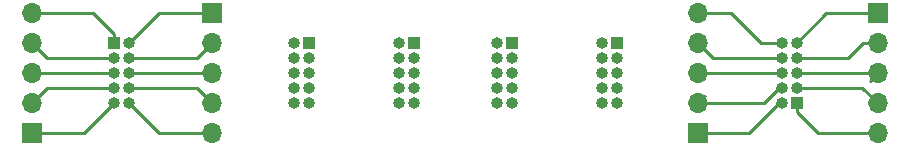
<source format=gbr>
G04 #@! TF.GenerationSoftware,KiCad,Pcbnew,(5.0.0)*
G04 #@! TF.CreationDate,2019-11-08T17:11:35-06:00*
G04 #@! TF.ProjectId,TC2050_adapter,5443323035305F616461707465722E6B,rev?*
G04 #@! TF.SameCoordinates,Original*
G04 #@! TF.FileFunction,Copper,L1,Top,Signal*
G04 #@! TF.FilePolarity,Positive*
%FSLAX46Y46*%
G04 Gerber Fmt 4.6, Leading zero omitted, Abs format (unit mm)*
G04 Created by KiCad (PCBNEW (5.0.0)) date 11/08/19 17:11:35*
%MOMM*%
%LPD*%
G01*
G04 APERTURE LIST*
G04 #@! TA.AperFunction,ComponentPad*
%ADD10R,1.700000X1.700000*%
G04 #@! TD*
G04 #@! TA.AperFunction,ComponentPad*
%ADD11O,1.700000X1.700000*%
G04 #@! TD*
G04 #@! TA.AperFunction,ComponentPad*
%ADD12R,1.000000X1.000000*%
G04 #@! TD*
G04 #@! TA.AperFunction,ComponentPad*
%ADD13O,1.000000X1.000000*%
G04 #@! TD*
G04 #@! TA.AperFunction,Conductor*
%ADD14C,0.250000*%
G04 #@! TD*
G04 APERTURE END LIST*
D10*
G04 #@! TO.P,J1,1*
G04 #@! TO.N,Net-(J1-Pad1)*
X27940000Y-38100000D03*
D11*
G04 #@! TO.P,J1,2*
G04 #@! TO.N,Net-(J1-Pad2)*
X27940000Y-35560000D03*
G04 #@! TO.P,J1,3*
G04 #@! TO.N,Net-(J1-Pad3)*
X27940000Y-33020000D03*
G04 #@! TO.P,J1,4*
G04 #@! TO.N,Net-(J1-Pad4)*
X27940000Y-30480000D03*
G04 #@! TO.P,J1,5*
G04 #@! TO.N,Net-(J1-Pad5)*
X27940000Y-27940000D03*
G04 #@! TD*
D12*
G04 #@! TO.P,J2,1*
G04 #@! TO.N,Net-(J1-Pad5)*
X34925000Y-30480000D03*
D13*
G04 #@! TO.P,J2,2*
G04 #@! TO.N,Net-(J2-Pad2)*
X36195000Y-30480000D03*
G04 #@! TO.P,J2,3*
G04 #@! TO.N,Net-(J1-Pad4)*
X34925000Y-31750000D03*
G04 #@! TO.P,J2,4*
G04 #@! TO.N,Net-(J2-Pad4)*
X36195000Y-31750000D03*
G04 #@! TO.P,J2,5*
G04 #@! TO.N,Net-(J1-Pad3)*
X34925000Y-33020000D03*
G04 #@! TO.P,J2,6*
G04 #@! TO.N,Net-(J2-Pad6)*
X36195000Y-33020000D03*
G04 #@! TO.P,J2,7*
G04 #@! TO.N,Net-(J1-Pad2)*
X34925000Y-34290000D03*
G04 #@! TO.P,J2,8*
G04 #@! TO.N,Net-(J2-Pad8)*
X36195000Y-34290000D03*
G04 #@! TO.P,J2,9*
G04 #@! TO.N,Net-(J1-Pad1)*
X34925000Y-35560000D03*
G04 #@! TO.P,J2,10*
G04 #@! TO.N,Net-(J2-Pad10)*
X36195000Y-35560000D03*
G04 #@! TD*
D11*
G04 #@! TO.P,J3,5*
G04 #@! TO.N,Net-(J2-Pad10)*
X43180000Y-38100000D03*
G04 #@! TO.P,J3,4*
G04 #@! TO.N,Net-(J2-Pad8)*
X43180000Y-35560000D03*
G04 #@! TO.P,J3,3*
G04 #@! TO.N,Net-(J2-Pad6)*
X43180000Y-33020000D03*
G04 #@! TO.P,J3,2*
G04 #@! TO.N,Net-(J2-Pad4)*
X43180000Y-30480000D03*
D10*
G04 #@! TO.P,J3,1*
G04 #@! TO.N,Net-(J2-Pad2)*
X43180000Y-27940000D03*
G04 #@! TD*
D11*
G04 #@! TO.P,J4,5*
G04 #@! TO.N,Net-(J4-Pad5)*
X99552017Y-38120885D03*
G04 #@! TO.P,J4,4*
G04 #@! TO.N,Net-(J4-Pad4)*
X99552017Y-35580885D03*
G04 #@! TO.P,J4,3*
G04 #@! TO.N,Net-(J4-Pad3)*
X99552017Y-33040885D03*
G04 #@! TO.P,J4,2*
G04 #@! TO.N,Net-(J4-Pad2)*
X99552017Y-30500885D03*
D10*
G04 #@! TO.P,J4,1*
G04 #@! TO.N,Net-(J4-Pad1)*
X99552017Y-27960885D03*
G04 #@! TD*
G04 #@! TO.P,J6,1*
G04 #@! TO.N,Net-(J5-Pad2)*
X84312018Y-38120885D03*
D11*
G04 #@! TO.P,J6,2*
G04 #@! TO.N,Net-(J5-Pad4)*
X84312018Y-35580885D03*
G04 #@! TO.P,J6,3*
G04 #@! TO.N,Net-(J5-Pad6)*
X84312018Y-33040885D03*
G04 #@! TO.P,J6,4*
G04 #@! TO.N,Net-(J5-Pad8)*
X84312018Y-30500885D03*
G04 #@! TO.P,J6,5*
G04 #@! TO.N,Net-(J5-Pad10)*
X84312018Y-27960885D03*
G04 #@! TD*
D12*
G04 #@! TO.P,J8,1*
G04 #@! TO.N,N/C*
X77470000Y-30480000D03*
D13*
G04 #@! TO.P,J8,2*
X76200000Y-30480000D03*
G04 #@! TO.P,J8,3*
X77470000Y-31750000D03*
G04 #@! TO.P,J8,4*
X76200000Y-31750000D03*
G04 #@! TO.P,J8,5*
X77470000Y-33020000D03*
G04 #@! TO.P,J8,6*
X76200000Y-33020000D03*
G04 #@! TO.P,J8,7*
X77470000Y-34290000D03*
G04 #@! TO.P,J8,8*
X76200000Y-34290000D03*
G04 #@! TO.P,J8,9*
X77470000Y-35560000D03*
G04 #@! TO.P,J8,10*
X76200000Y-35560000D03*
G04 #@! TD*
G04 #@! TO.P,J9,10*
G04 #@! TO.N,N/C*
X67310000Y-35560000D03*
G04 #@! TO.P,J9,9*
X68580000Y-35560000D03*
G04 #@! TO.P,J9,8*
X67310000Y-34290000D03*
G04 #@! TO.P,J9,7*
X68580000Y-34290000D03*
G04 #@! TO.P,J9,6*
X67310000Y-33020000D03*
G04 #@! TO.P,J9,5*
X68580000Y-33020000D03*
G04 #@! TO.P,J9,4*
X67310000Y-31750000D03*
G04 #@! TO.P,J9,3*
X68580000Y-31750000D03*
G04 #@! TO.P,J9,2*
X67310000Y-30480000D03*
D12*
G04 #@! TO.P,J9,1*
X68580000Y-30480000D03*
G04 #@! TD*
G04 #@! TO.P,J11,1*
G04 #@! TO.N,N/C*
X60325000Y-30480000D03*
D13*
G04 #@! TO.P,J11,2*
X59055000Y-30480000D03*
G04 #@! TO.P,J11,3*
X60325000Y-31750000D03*
G04 #@! TO.P,J11,4*
X59055000Y-31750000D03*
G04 #@! TO.P,J11,5*
X60325000Y-33020000D03*
G04 #@! TO.P,J11,6*
X59055000Y-33020000D03*
G04 #@! TO.P,J11,7*
X60325000Y-34290000D03*
G04 #@! TO.P,J11,8*
X59055000Y-34290000D03*
G04 #@! TO.P,J11,9*
X60325000Y-35560000D03*
G04 #@! TO.P,J11,10*
X59055000Y-35560000D03*
G04 #@! TD*
G04 #@! TO.P,J7,10*
G04 #@! TO.N,N/C*
X50165000Y-35560000D03*
G04 #@! TO.P,J7,9*
X51435000Y-35560000D03*
G04 #@! TO.P,J7,8*
X50165000Y-34290000D03*
G04 #@! TO.P,J7,7*
X51435000Y-34290000D03*
G04 #@! TO.P,J7,6*
X50165000Y-33020000D03*
G04 #@! TO.P,J7,5*
X51435000Y-33020000D03*
G04 #@! TO.P,J7,4*
X50165000Y-31750000D03*
G04 #@! TO.P,J7,3*
X51435000Y-31750000D03*
G04 #@! TO.P,J7,2*
X50165000Y-30480000D03*
D12*
G04 #@! TO.P,J7,1*
X51435000Y-30480000D03*
G04 #@! TD*
G04 #@! TO.P,J5,1*
G04 #@! TO.N,Net-(J4-Pad5)*
X92710000Y-35560000D03*
D13*
G04 #@! TO.P,J5,2*
G04 #@! TO.N,Net-(J5-Pad2)*
X91440000Y-35560000D03*
G04 #@! TO.P,J5,3*
G04 #@! TO.N,Net-(J4-Pad4)*
X92710000Y-34290000D03*
G04 #@! TO.P,J5,4*
G04 #@! TO.N,Net-(J5-Pad4)*
X91440000Y-34290000D03*
G04 #@! TO.P,J5,5*
G04 #@! TO.N,Net-(J4-Pad3)*
X92710000Y-33020000D03*
G04 #@! TO.P,J5,6*
G04 #@! TO.N,Net-(J5-Pad6)*
X91440000Y-33020000D03*
G04 #@! TO.P,J5,7*
G04 #@! TO.N,Net-(J4-Pad2)*
X92710000Y-31750000D03*
G04 #@! TO.P,J5,8*
G04 #@! TO.N,Net-(J5-Pad8)*
X91440000Y-31750000D03*
G04 #@! TO.P,J5,9*
G04 #@! TO.N,Net-(J4-Pad1)*
X92710000Y-30480000D03*
G04 #@! TO.P,J5,10*
G04 #@! TO.N,Net-(J5-Pad10)*
X91440000Y-30480000D03*
G04 #@! TD*
D14*
G04 #@! TO.N,Net-(J1-Pad1)*
X32385000Y-38100000D02*
X34925000Y-35560000D01*
X27940000Y-38100000D02*
X32385000Y-38100000D01*
G04 #@! TO.N,Net-(J1-Pad2)*
X29210000Y-34290000D02*
X34925000Y-34290000D01*
X27940000Y-35560000D02*
X29210000Y-34290000D01*
G04 #@! TO.N,Net-(J1-Pad3)*
X29142081Y-33020000D02*
X34925000Y-33020000D01*
X27940000Y-33020000D02*
X29142081Y-33020000D01*
G04 #@! TO.N,Net-(J1-Pad4)*
X29210000Y-31750000D02*
X34925000Y-31750000D01*
X27940000Y-30480000D02*
X29210000Y-31750000D01*
G04 #@! TO.N,Net-(J1-Pad5)*
X29142081Y-27940000D02*
X27940000Y-27940000D01*
X33135000Y-27940000D02*
X29142081Y-27940000D01*
X34925000Y-29730000D02*
X33135000Y-27940000D01*
X34925000Y-30480000D02*
X34925000Y-29730000D01*
G04 #@! TO.N,Net-(J2-Pad2)*
X38735000Y-27940000D02*
X43180000Y-27940000D01*
X36195000Y-30480000D02*
X38735000Y-27940000D01*
G04 #@! TO.N,Net-(J2-Pad4)*
X41910000Y-31750000D02*
X36195000Y-31750000D01*
X43180000Y-30480000D02*
X41910000Y-31750000D01*
G04 #@! TO.N,Net-(J2-Pad6)*
X36902106Y-33020000D02*
X43180000Y-33020000D01*
X36195000Y-33020000D02*
X36902106Y-33020000D01*
G04 #@! TO.N,Net-(J2-Pad8)*
X41910000Y-34290000D02*
X36195000Y-34290000D01*
X43180000Y-35560000D02*
X41910000Y-34290000D01*
G04 #@! TO.N,Net-(J2-Pad10)*
X38735000Y-38100000D02*
X36195000Y-35560000D01*
X43180000Y-38100000D02*
X38735000Y-38100000D01*
G04 #@! TO.N,Net-(J4-Pad5)*
X92710000Y-36310000D02*
X92710000Y-35560000D01*
X94520885Y-38120885D02*
X92710000Y-36310000D01*
X99552017Y-38120885D02*
X94520885Y-38120885D01*
G04 #@! TO.N,Net-(J4-Pad4)*
X98917018Y-34945884D02*
X99552019Y-35580885D01*
X98261132Y-34290000D02*
X92710000Y-34290000D01*
X99552017Y-35580885D02*
X98261132Y-34290000D01*
G04 #@! TO.N,Net-(J4-Pad3)*
X99552018Y-33040885D02*
X98917018Y-33675885D01*
X99531132Y-33020000D02*
X99552017Y-33040885D01*
X92710000Y-33020000D02*
X99531132Y-33020000D01*
G04 #@! TO.N,Net-(J4-Pad2)*
X98349936Y-30500884D02*
X97079937Y-31770885D01*
X99552017Y-30500884D02*
X98349936Y-30500884D01*
X97059052Y-31750000D02*
X92710000Y-31750000D01*
X97079937Y-31770885D02*
X97059052Y-31750000D01*
G04 #@! TO.N,Net-(J4-Pad1)*
X95229115Y-27960885D02*
X92710000Y-30480000D01*
X99552017Y-27960885D02*
X95229115Y-27960885D01*
G04 #@! TO.N,Net-(J5-Pad2)*
X88693517Y-38120885D02*
X91233518Y-35580884D01*
X84312018Y-38120885D02*
X88693517Y-38120885D01*
G04 #@! TO.N,Net-(J5-Pad4)*
X84312018Y-35580885D02*
X84947018Y-34945885D01*
X89963518Y-35580885D02*
X91233518Y-34310885D01*
X84312018Y-35580885D02*
X89963518Y-35580885D01*
G04 #@! TO.N,Net-(J5-Pad6)*
X84312017Y-33040885D02*
X91233518Y-33040885D01*
G04 #@! TO.N,Net-(J5-Pad8)*
X85582018Y-31770884D02*
X91233518Y-31770884D01*
X84312018Y-30500884D02*
X85582018Y-31770884D01*
G04 #@! TO.N,Net-(J5-Pad10)*
X89646018Y-30500885D02*
X91233518Y-30500885D01*
X84312018Y-27960885D02*
X87106017Y-27960885D01*
X87106017Y-27960885D02*
X89646018Y-30500885D01*
G04 #@! TD*
M02*

</source>
